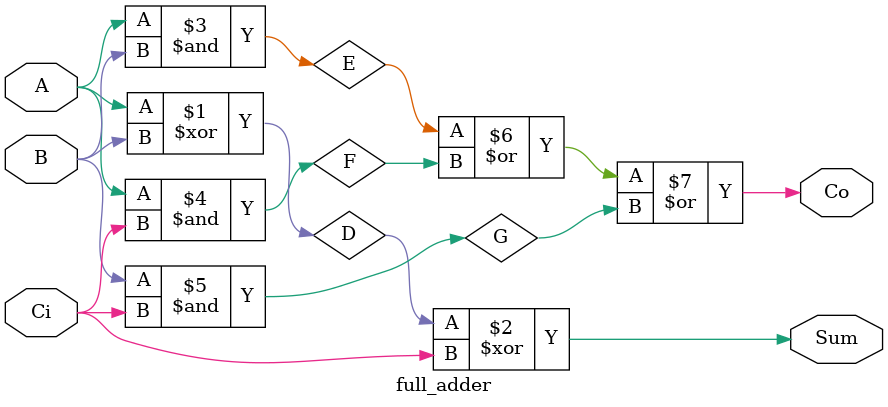
<source format=sv>
`timescale 1ns / 1ps
module full_adder (Sum, Co, A, B, Ci);
	output logic Sum, Co;
	input logic A, B, Ci;
	logic D, E, F, G;
	
	xor xorgate0 (D, A, B);
	xor xorgate1 (Sum, D, Ci);

	and gate0 (E, A ,B);
	and gate1 (F, A ,Ci);
	and gate2 (G, B ,Ci);
	or  outputgate (Co, E, F, G);
endmodule

</source>
